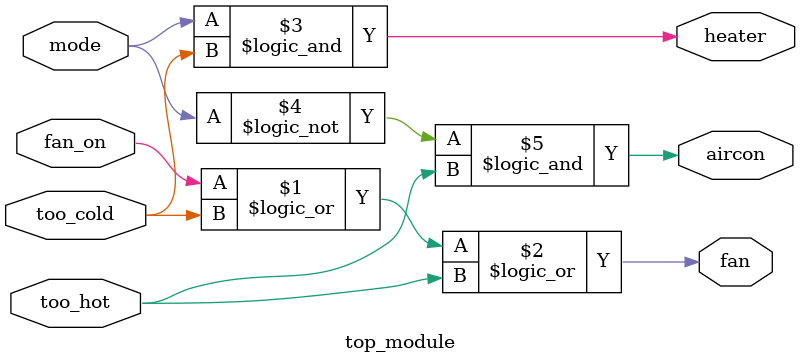
<source format=sv>
module top_module(
	input mode,
	input too_cold, 
	input too_hot,
	input fan_on,
	output heater,
	output aircon,
	output fan
);
	// Control the fan
	assign fan = fan_on || too_cold || too_hot;

	// Control the heater
	assign heater = mode && too_cold;

	// Control the air conditioner
	assign aircon = !mode && too_hot;
endmodule

</source>
